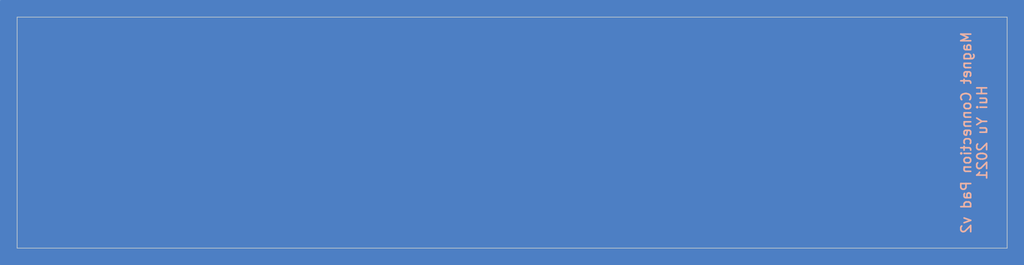
<source format=kicad_pcb>
(kicad_pcb (version 20171130) (host pcbnew "(5.1.8)-1")

  (general
    (thickness 1.6)
    (drawings 15)
    (tracks 0)
    (zones 0)
    (modules 0)
    (nets 1)
  )

  (page A4)
  (layers
    (0 F.Cu signal)
    (31 B.Cu signal)
    (32 B.Adhes user)
    (33 F.Adhes user)
    (34 B.Paste user)
    (35 F.Paste user)
    (36 B.SilkS user)
    (37 F.SilkS user)
    (38 B.Mask user)
    (39 F.Mask user hide)
    (40 Dwgs.User user)
    (41 Cmts.User user)
    (42 Eco1.User user)
    (43 Eco2.User user)
    (44 Edge.Cuts user)
    (45 Margin user)
    (46 B.CrtYd user)
    (47 F.CrtYd user)
    (48 B.Fab user)
    (49 F.Fab user)
  )

  (setup
    (last_trace_width 0.25)
    (trace_clearance 0.2)
    (zone_clearance 0.508)
    (zone_45_only no)
    (trace_min 0.2)
    (via_size 0.8)
    (via_drill 0.4)
    (via_min_size 0.4)
    (via_min_drill 0.3)
    (uvia_size 0.3)
    (uvia_drill 0.1)
    (uvias_allowed no)
    (uvia_min_size 0.2)
    (uvia_min_drill 0.1)
    (edge_width 0.05)
    (segment_width 0.2)
    (pcb_text_width 0.3)
    (pcb_text_size 1.5 1.5)
    (mod_edge_width 0.12)
    (mod_text_size 1 1)
    (mod_text_width 0.15)
    (pad_size 1.524 1.524)
    (pad_drill 0.762)
    (pad_to_mask_clearance 0)
    (aux_axis_origin 101.6 101.6)
    (grid_origin 101.6 101.6)
    (visible_elements FFFFFF7F)
    (pcbplotparams
      (layerselection 0x010fc_ffffffff)
      (usegerberextensions false)
      (usegerberattributes true)
      (usegerberadvancedattributes true)
      (creategerberjobfile true)
      (excludeedgelayer true)
      (linewidth 0.100000)
      (plotframeref false)
      (viasonmask false)
      (mode 1)
      (useauxorigin false)
      (hpglpennumber 1)
      (hpglpenspeed 20)
      (hpglpendiameter 15.000000)
      (psnegative false)
      (psa4output false)
      (plotreference true)
      (plotvalue true)
      (plotinvisibletext false)
      (padsonsilk false)
      (subtractmaskfromsilk false)
      (outputformat 1)
      (mirror false)
      (drillshape 1)
      (scaleselection 1)
      (outputdirectory ""))
  )

  (net 0 "")

  (net_class Default "This is the default net class."
    (clearance 0.2)
    (trace_width 0.25)
    (via_dia 0.8)
    (via_drill 0.4)
    (uvia_dia 0.3)
    (uvia_drill 0.1)
  )

  (gr_line (start 101.6 83.82) (end 101.6 101.6) (layer Edge.Cuts) (width 0.05) (tstamp 60AEF85A))
  (gr_line (start 177.8 83.82) (end 101.6 83.82) (layer Edge.Cuts) (width 0.05))
  (gr_line (start 177.8 101.6) (end 177.8 83.82) (layer Edge.Cuts) (width 0.05))
  (gr_line (start 101.6 101.6) (end 177.8 101.6) (layer Edge.Cuts) (width 0.05))
  (gr_poly (pts (xy 179.07 102.87) (xy 100.33 102.87) (xy 100.33 82.55) (xy 179.07 82.55)) (layer B.Cu) (width 0.1))
  (gr_text "Magnet Connection Pad v2\nHui Yu 2021" (at 175.26 92.71 90) (layer B.SilkS)
    (effects (font (size 0.762 0.762) (thickness 0.127)) (justify mirror))
  )
  (gr_poly (pts (xy 179.07 102.87) (xy 100.33 102.87) (xy 100.33 82.55) (xy 179.07 82.55)) (layer F.Mask) (width 0.1))
  (gr_poly (pts (xy 168.91 101.6) (xy 163.83 101.6) (xy 163.83 83.82) (xy 168.91 83.82)) (layer F.Cu) (width 0.1) (tstamp 60AEF695))
  (gr_poly (pts (xy 161.29 101.6) (xy 156.21 101.6) (xy 156.21 83.82) (xy 161.29 83.82)) (layer F.Cu) (width 0.1) (tstamp 60AEF642))
  (gr_poly (pts (xy 153.67 101.6) (xy 148.59 101.6) (xy 148.59 83.82) (xy 153.67 83.82)) (layer F.Cu) (width 0.1) (tstamp 60AEF642))
  (gr_poly (pts (xy 146.05 101.6) (xy 140.97 101.6) (xy 140.97 83.82) (xy 146.05 83.82)) (layer F.Cu) (width 0.1) (tstamp 60AEF642))
  (gr_poly (pts (xy 138.43 101.6) (xy 133.35 101.6) (xy 133.35 83.82) (xy 138.43 83.82)) (layer F.Cu) (width 0.1))
  (gr_poly (pts (xy 130.81 101.6) (xy 125.73 101.6) (xy 125.73 83.82) (xy 130.81 83.82)) (layer F.Cu) (width 0.1))
  (gr_poly (pts (xy 123.19 101.6) (xy 118.11 101.6) (xy 118.11 83.82) (xy 123.19 83.82)) (layer F.Cu) (width 0.1))
  (gr_poly (pts (xy 115.57 101.6) (xy 110.49 101.6) (xy 110.49 83.82) (xy 115.57 83.82)) (layer F.Cu) (width 0.1))

)

</source>
